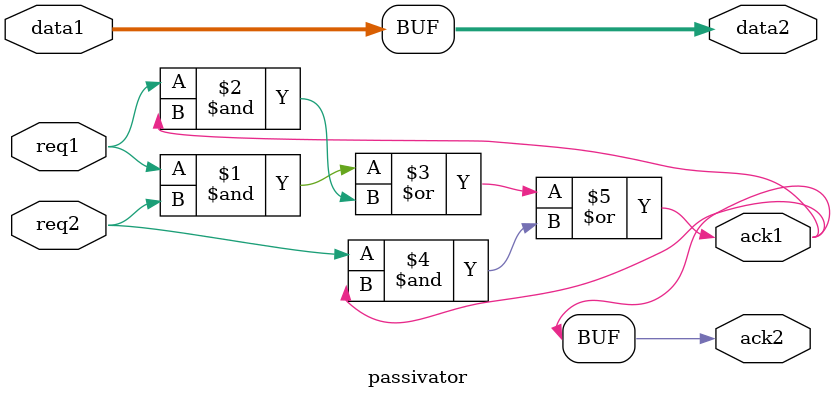
<source format=v>
`timescale 1ns / 1ps
module passivator
  #(parameter DWIDTH = 8)
   (input req1,
    output ack1,
    input [0:DWIDTH-1] data1,
    input req2,
    output ack2,
    output [0:DWIDTH-1] data2);

    // Passivator behaviour
    assign ack1 = (req1 & req2) | (req1 & ack1) | (req2 & ack1);
    assign ack2 = ack1;
   
    // Data passthrough
    assign data2 = data1;
endmodule

</source>
